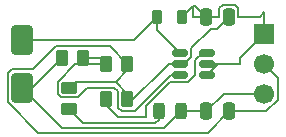
<source format=gbr>
%TF.GenerationSoftware,KiCad,Pcbnew,9.0.1*%
%TF.CreationDate,2025-05-30T03:40:45-05:00*%
%TF.ProjectId,ME433HW15,4d453433-3348-4573-9135-2e6b69636164,rev?*%
%TF.SameCoordinates,Original*%
%TF.FileFunction,Copper,L1,Top*%
%TF.FilePolarity,Positive*%
%FSLAX46Y46*%
G04 Gerber Fmt 4.6, Leading zero omitted, Abs format (unit mm)*
G04 Created by KiCad (PCBNEW 9.0.1) date 2025-05-30 03:40:45*
%MOMM*%
%LPD*%
G01*
G04 APERTURE LIST*
G04 Aperture macros list*
%AMRoundRect*
0 Rectangle with rounded corners*
0 $1 Rounding radius*
0 $2 $3 $4 $5 $6 $7 $8 $9 X,Y pos of 4 corners*
0 Add a 4 corners polygon primitive as box body*
4,1,4,$2,$3,$4,$5,$6,$7,$8,$9,$2,$3,0*
0 Add four circle primitives for the rounded corners*
1,1,$1+$1,$2,$3*
1,1,$1+$1,$4,$5*
1,1,$1+$1,$6,$7*
1,1,$1+$1,$8,$9*
0 Add four rect primitives between the rounded corners*
20,1,$1+$1,$2,$3,$4,$5,0*
20,1,$1+$1,$4,$5,$6,$7,0*
20,1,$1+$1,$6,$7,$8,$9,0*
20,1,$1+$1,$8,$9,$2,$3,0*%
G04 Aperture macros list end*
%TA.AperFunction,SMDPad,CuDef*%
%ADD10RoundRect,0.250000X0.450000X-0.262500X0.450000X0.262500X-0.450000X0.262500X-0.450000X-0.262500X0*%
%TD*%
%TA.AperFunction,SMDPad,CuDef*%
%ADD11RoundRect,0.218750X-0.218750X-0.381250X0.218750X-0.381250X0.218750X0.381250X-0.218750X0.381250X0*%
%TD*%
%TA.AperFunction,SMDPad,CuDef*%
%ADD12RoundRect,0.150000X-0.512500X-0.150000X0.512500X-0.150000X0.512500X0.150000X-0.512500X0.150000X0*%
%TD*%
%TA.AperFunction,SMDPad,CuDef*%
%ADD13RoundRect,0.250000X-0.250000X-0.475000X0.250000X-0.475000X0.250000X0.475000X-0.250000X0.475000X0*%
%TD*%
%TA.AperFunction,SMDPad,CuDef*%
%ADD14RoundRect,0.250000X0.650000X-1.000000X0.650000X1.000000X-0.650000X1.000000X-0.650000X-1.000000X0*%
%TD*%
%TA.AperFunction,ComponentPad*%
%ADD15R,1.700000X1.700000*%
%TD*%
%TA.AperFunction,ComponentPad*%
%ADD16C,1.700000*%
%TD*%
%TA.AperFunction,SMDPad,CuDef*%
%ADD17RoundRect,0.250000X-0.262500X-0.450000X0.262500X-0.450000X0.262500X0.450000X-0.262500X0.450000X0*%
%TD*%
%TA.AperFunction,SMDPad,CuDef*%
%ADD18RoundRect,0.243750X-0.243750X-0.456250X0.243750X-0.456250X0.243750X0.456250X-0.243750X0.456250X0*%
%TD*%
%TA.AperFunction,Conductor*%
%ADD19C,0.200000*%
%TD*%
G04 APERTURE END LIST*
D10*
%TO.P,R4,1*%
%TO.N,Net-(D2-K)*%
X144500000Y-115825000D03*
%TO.P,R4,2*%
%TO.N,GND*%
X144500000Y-114000000D03*
%TD*%
D11*
%TO.P,L1,1,1*%
%TO.N,Net-(D1-A)*%
X151937500Y-108000000D03*
%TO.P,L1,2,2*%
%TO.N,VCC*%
X154062500Y-108000000D03*
%TD*%
D12*
%TO.P,U1,1,SW*%
%TO.N,Net-(D1-A)*%
X153862500Y-111050000D03*
%TO.P,U1,2,GND*%
%TO.N,GND*%
X153862500Y-112000000D03*
%TO.P,U1,3,FB*%
%TO.N,Net-(U1-FB)*%
X153862500Y-112950000D03*
%TO.P,U1,4,EN*%
%TO.N,VCC*%
X156137500Y-112950000D03*
%TO.P,U1,5,IN*%
X156137500Y-112000000D03*
%TO.P,U1,6,OC*%
%TO.N,Net-(U1-OC)*%
X156137500Y-111050000D03*
%TD*%
D13*
%TO.P,C1,1*%
%TO.N,VCC*%
X156100000Y-108000000D03*
%TO.P,C1,2*%
%TO.N,GND*%
X158000000Y-108000000D03*
%TD*%
D14*
%TO.P,D1,1,K*%
%TO.N,+5V*%
X140500000Y-114000000D03*
%TO.P,D1,2,A*%
%TO.N,Net-(D1-A)*%
X140500000Y-110000000D03*
%TD*%
D15*
%TO.P,J1,1,Pin_1*%
%TO.N,VCC*%
X161000000Y-109460000D03*
D16*
%TO.P,J1,2,Pin_2*%
%TO.N,GND*%
X161000000Y-112000000D03*
%TO.P,J1,3,Pin_3*%
%TO.N,+5V*%
X161000000Y-114540000D03*
%TD*%
D17*
%TO.P,R2,1*%
%TO.N,Net-(U1-FB)*%
X147587500Y-112000000D03*
%TO.P,R2,2*%
%TO.N,GND*%
X149412500Y-112000000D03*
%TD*%
D18*
%TO.P,D2,1,K*%
%TO.N,Net-(D2-K)*%
X152062500Y-116000000D03*
%TO.P,D2,2,A*%
%TO.N,+5V*%
X153937500Y-116000000D03*
%TD*%
D13*
%TO.P,C2,1*%
%TO.N,+5V*%
X156100000Y-116000000D03*
%TO.P,C2,2*%
%TO.N,GND*%
X158000000Y-116000000D03*
%TD*%
D17*
%TO.P,R3,1*%
%TO.N,Net-(U1-OC)*%
X147587500Y-115000000D03*
%TO.P,R3,2*%
%TO.N,GND*%
X149412500Y-115000000D03*
%TD*%
%TO.P,R1,1*%
%TO.N,+5V*%
X143857500Y-111500000D03*
%TO.P,R1,2*%
%TO.N,Net-(U1-FB)*%
X145682500Y-111500000D03*
%TD*%
D19*
%TO.N,VCC*%
X158960000Y-112000000D02*
X158960000Y-111500000D01*
X155162500Y-107062500D02*
X156100000Y-108000000D01*
X158485160Y-106974000D02*
X157514840Y-106974000D01*
X156137500Y-112950000D02*
X157087500Y-112000000D01*
X155000000Y-107062500D02*
X154062500Y-108000000D01*
X155000000Y-107062500D02*
X155162500Y-107062500D01*
X158960000Y-111500000D02*
X161000000Y-109460000D01*
X158801000Y-107289840D02*
X158485160Y-106974000D01*
X157087500Y-112000000D02*
X157500000Y-112000000D01*
X155000000Y-108000000D02*
X155000000Y-107062500D01*
X161000000Y-107601000D02*
X160601000Y-108000000D01*
X157199000Y-108000000D02*
X155000000Y-108000000D01*
X157514840Y-106974000D02*
X157199000Y-107289840D01*
X157500000Y-112000000D02*
X158960000Y-112000000D01*
X161000000Y-109460000D02*
X161000000Y-107601000D01*
X156137500Y-112000000D02*
X157500000Y-112000000D01*
X158801000Y-108000000D02*
X158801000Y-107289840D01*
X157199000Y-107289840D02*
X157199000Y-108000000D01*
X160601000Y-108000000D02*
X158801000Y-108000000D01*
%TO.N,Net-(U1-OC)*%
X155174000Y-112942968D02*
X155174000Y-111659032D01*
X151000000Y-115585354D02*
X153034354Y-113551000D01*
X153034354Y-113551000D02*
X154565968Y-113551000D01*
X148587500Y-116500000D02*
X151000000Y-116500000D01*
X155783032Y-111050000D02*
X156137500Y-111050000D01*
X154565968Y-113551000D02*
X155174000Y-112942968D01*
X155174000Y-111659032D02*
X155783032Y-111050000D01*
X151000000Y-116500000D02*
X151000000Y-115585354D01*
X147587500Y-115500000D02*
X148587500Y-116500000D01*
%TO.N,Net-(D1-A)*%
X151937500Y-109125000D02*
X151937500Y-108000000D01*
X149937500Y-110000000D02*
X140500000Y-110000000D01*
X153862500Y-111050000D02*
X151937500Y-109125000D01*
X151937500Y-108000000D02*
X149937500Y-110000000D01*
%TO.N,Net-(U1-FB)*%
X148599000Y-115685160D02*
X148914840Y-116001000D01*
X150017254Y-116001000D02*
X153068254Y-112950000D01*
X148283160Y-113999000D02*
X148599000Y-114314840D01*
X148914840Y-116001000D02*
X150017254Y-116001000D01*
X145185160Y-114813500D02*
X145999660Y-113999000D01*
X143499000Y-114497660D02*
X143814840Y-114813500D01*
X143814840Y-114813500D02*
X145185160Y-114813500D01*
X148599000Y-114314840D02*
X148599000Y-115685160D01*
X145001340Y-112000000D02*
X143499000Y-113502340D01*
X143499000Y-113502340D02*
X143499000Y-114497660D01*
X153068254Y-112950000D02*
X153862500Y-112950000D01*
X145682500Y-111500000D02*
X147087500Y-111500000D01*
X145999660Y-113999000D02*
X148283160Y-113999000D01*
X147087500Y-111500000D02*
X147587500Y-112000000D01*
X147587500Y-112000000D02*
X145001340Y-112000000D01*
%TO.N,GND*%
X161167760Y-116000000D02*
X158000000Y-116000000D01*
X148412500Y-113500000D02*
X149412500Y-114500000D01*
X161000000Y-112000000D02*
X162151000Y-113151000D01*
X143335160Y-110499000D02*
X147911500Y-110499000D01*
X156474000Y-109026000D02*
X156974000Y-109026000D01*
X153862500Y-112000000D02*
X154216968Y-112000000D01*
X139614840Y-112449000D02*
X141385160Y-112449000D01*
X162151000Y-115016760D02*
X161167760Y-116000000D01*
X145000000Y-113500000D02*
X144500000Y-114000000D01*
X156200000Y-117800000D02*
X141863840Y-117800000D01*
X149412500Y-114500000D02*
X149412500Y-115000000D01*
X152912500Y-112000000D02*
X153862500Y-112000000D01*
X149412500Y-115500000D02*
X152912500Y-112000000D01*
X154826000Y-110674000D02*
X156474000Y-109026000D01*
X156974000Y-109026000D02*
X158000000Y-108000000D01*
X148412500Y-113500000D02*
X145000000Y-113500000D01*
X139299000Y-112764840D02*
X139614840Y-112449000D01*
X162151000Y-113151000D02*
X162151000Y-115016760D01*
X158000000Y-115500000D02*
X158000000Y-116000000D01*
X154216968Y-112000000D02*
X154826000Y-111390968D01*
X139299000Y-115235160D02*
X139299000Y-112764840D01*
X149412500Y-112500000D02*
X148412500Y-113500000D01*
X149412500Y-112000000D02*
X149412500Y-112500000D01*
X147911500Y-110499000D02*
X149412500Y-112000000D01*
X154826000Y-111390968D02*
X154826000Y-110674000D01*
X141385160Y-112449000D02*
X143335160Y-110499000D01*
X141863840Y-117800000D02*
X139299000Y-115235160D01*
X158000000Y-116000000D02*
X156200000Y-117800000D01*
%TO.N,+5V*%
X143899000Y-117399000D02*
X140500000Y-114000000D01*
X156100000Y-116000000D02*
X153937500Y-116000000D01*
X153937500Y-116000000D02*
X152538500Y-117399000D01*
X157560000Y-114540000D02*
X156100000Y-116000000D01*
X152538500Y-117399000D02*
X143899000Y-117399000D01*
X157560000Y-114540000D02*
X161000000Y-114540000D01*
X141357500Y-114000000D02*
X143857500Y-111500000D01*
X140500000Y-114000000D02*
X141357500Y-114000000D01*
%TO.N,Net-(D2-K)*%
X151764499Y-116998000D02*
X145673000Y-116998000D01*
X145673000Y-116998000D02*
X144500000Y-115825000D01*
X152062500Y-116000000D02*
X152062500Y-116699999D01*
X152062500Y-116699999D02*
X151764499Y-116998000D01*
%TD*%
M02*

</source>
